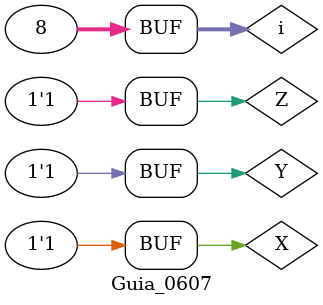
<source format=v>


module g0607 ( output S1,
                  output S2,
                  input  X, Y, Z ); // MAXTERMOS
    assign S1 = ( X | ~Y | ~Z ) & (~X | Y |  Z) & ( X | ~Y | Z ); // expressao 
    assign S2 = (X|~Y) & (~X|Y|Z);                                // expressao simplificada
endmodule // g0607

module f0607 ( output S, input X, input Y, input Z ); 
    // definir dado local   
    wire not_x, not_y;
    wire o1, o2, o3;
    // descrever por portas
    not NOT1 ( not_x, X );
    not NOT2 ( not_y, Y );
    or  OR1  ( o1, X, not_y );
    or  OR2  ( o2, not_x, Y );
    or  OR3  ( o3 , o2, Z );
    and AND1 ( S, o1, o3 );
endmodule // f0607

module FXYZ (output S1, input  X, input Y, input Z); // MAXTERMOS
    assign S1 = ( X | ~Y | ~Z ) & (~X | Y |  Z) & ( X | ~Y | Z ); 
endmodule // FXYZ 

// --------------------- 
// Guia_0607 
// --------------------- 

module Guia_0607; 
    reg   X = 0, Y = 0, Z = 0; 
    wire  S1, S2, S3; 
    integer i = 0; 
    // instancias 
    g0607 EXP(S1, S2, X, Y , Z);
    f0607 CIR(S3, X, Y, Z);
    // valores iniciais 
    initial begin: start 
        X=1'b0; Y=1'b0; Z=1'b0;   // indefinidos 
    end // start

    // main
    initial begin: main 
        $display("Guia_0607 - Teste ");  
        
        $display("\nExpressao:");
        $display(" X  Y  Z = S1"); 
        $monitor("%2b %2b %2b = %2b", X, Y, Z, S1 ); 
        for (i = 0; i < 8; i = i + 1) begin
            { X, Y, Z } = i;
            #1;
        end // for

        $display("\nExpressao simplificada:");
        $display(" X  Y  Z = S2"); 
        $monitor("%2b %2b %2b = %2b", X, Y, Z, S2 ); 
        for (i = 0; i < 8; i = i + 1) begin
            { X, Y, Z } = i;
            #1;
        end // for

        $display("\nExpressao simplificada feita com Circuito:");
        $display(" X  Y  Z = S3"); 
        $monitor("%2b %2b %2b = %2b", X, Y, Z, S3 ); 
        for (i = 0; i < 8; i = i + 1) begin
            { X, Y, Z } = i;
            #1;
        end // for
        
    end // main

endmodule // Guia_0607 
</source>
